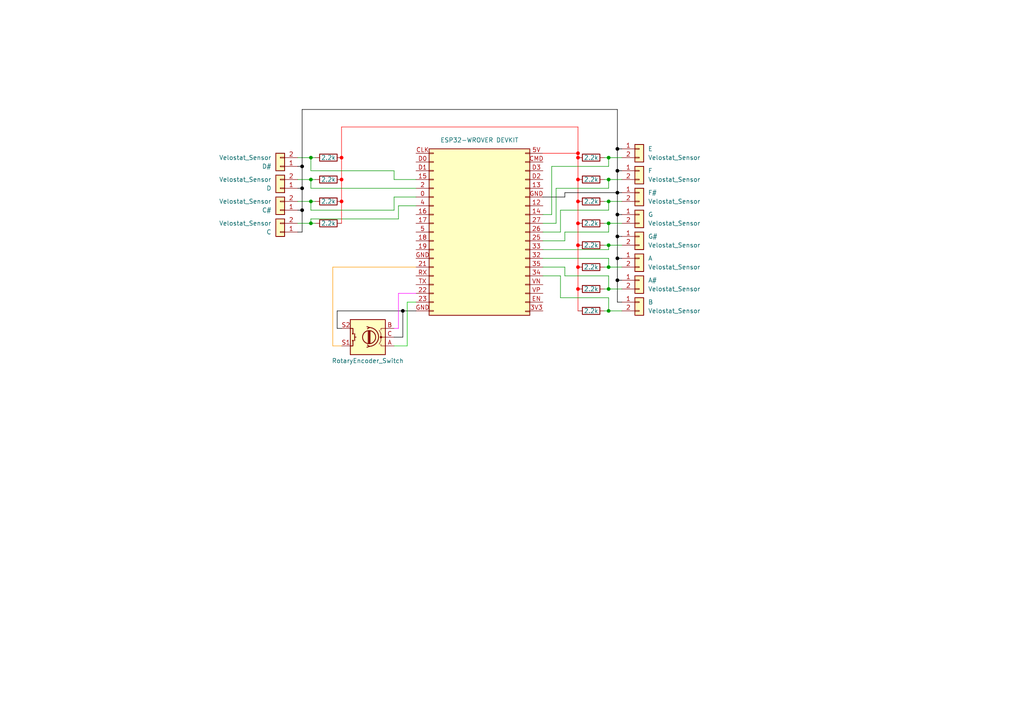
<source format=kicad_sch>
(kicad_sch (version 20231120) (generator "eeschema") (generator_version "8.0")
  (paper "A4")
  (lib_symbols
    (symbol "Connector_Generic:Conn_01x02" (pin_names (offset 1.016) hide)
      (property "Reference" "J" (at 0 2.54 0))
      (property "Value" "Conn_01x02" (at 0 -5.08 0))
      (symbol "Conn_01x02_1_1"
        (rectangle (start -1.27 -2.413) (end 0 -2.667) (stroke (width 0.1524)))
        (rectangle (start -1.27 0.127) (end 0 -0.127) (stroke (width 0.1524)))
        (rectangle (start -1.27 1.27) (end 1.27 -3.81) (stroke (width 0.254)) (fill (type background)))
        (pin passive line (at -5.08 0 0) (length 3.81) (name "Pin_1") (number "1"))
        (pin passive line (at -5.08 -2.54 0) (length 3.81) (name "Pin_2") (number "2"))
      )
    )
    (symbol "Connector_Generic:Conn_02x20_Counter_Clockwise" (pin_names (offset 1.016) hide)
      (property "Reference" "J1" (at 1.27 29.21 0))
      (property "Value" "Conn_02x20_Counter_Clockwise" (at 13.97 26.67 0))
      (symbol "Conn_02x20_Counter_Clockwise_1_1"
        (rectangle (start -1.27 -22.733) (end 0 -22.987) (stroke (width 0.1524)))
        (rectangle (start -1.27 -20.193) (end 0 -20.447) (stroke (width 0.1524)))
        (rectangle (start -1.27 -17.653) (end 0 -17.907) (stroke (width 0.1524)))
        (rectangle (start -1.27 -15.113) (end 0 -15.367) (stroke (width 0.1524)))
        (rectangle (start -1.27 -12.573) (end 0 -12.827) (stroke (width 0.1524)))
        (rectangle (start -1.27 -10.033) (end 0 -10.287) (stroke (width 0.1524)))
        (rectangle (start -1.27 -7.493) (end 0 -7.747) (stroke (width 0.1524)))
        (rectangle (start -1.27 -4.953) (end 0 -5.207) (stroke (width 0.1524)))
        (rectangle (start -1.27 -2.413) (end 0 -2.667) (stroke (width 0.1524)))
        (rectangle (start -1.27 0.127) (end 0 -0.127) (stroke (width 0.1524)))
        (rectangle (start -1.27 2.667) (end 0 2.413) (stroke (width 0.1524)))
        (rectangle (start -1.27 5.207) (end 0 4.953) (stroke (width 0.1524)))
        (rectangle (start -1.27 7.747) (end 0 7.493) (stroke (width 0.1524)))
        (rectangle (start -1.27 10.287) (end 0 10.033) (stroke (width 0.1524)))
        (rectangle (start -1.27 12.827) (end 0 12.573) (stroke (width 0.1524)))
        (rectangle (start -1.27 15.367) (end 0 15.113) (stroke (width 0.1524)))
        (rectangle (start -1.27 17.907) (end 0 17.653) (stroke (width 0.1524)))
        (rectangle (start -1.27 20.447) (end 0 20.193) (stroke (width 0.1524)))
        (rectangle (start -1.27 22.987) (end 0 22.733) (stroke (width 0.1524)))
        (rectangle (start -1.27 24.13) (end 27.94 -24.13) (stroke (width 0.254)) (fill (type background)))
        (rectangle (start 26.67 -22.86) (end 27.94 -23.114) (stroke (width 0.1524)))
        (rectangle (start 26.67 -20.193) (end 27.94 -20.447) (stroke (width 0.1524)))
        (rectangle (start 27.94 -17.653) (end 26.67 -17.907) (stroke (width 0.1524)))
        (rectangle (start 27.94 -15.113) (end 26.67 -15.367) (stroke (width 0.1524)))
        (rectangle (start 27.94 -12.573) (end 26.67 -12.827) (stroke (width 0.1524)))
        (rectangle (start 27.94 -10.033) (end 26.67 -10.287) (stroke (width 0.1524)))
        (rectangle (start 27.94 -7.493) (end 26.67 -7.747) (stroke (width 0.1524)))
        (rectangle (start 27.94 -4.953) (end 26.67 -5.207) (stroke (width 0.1524)))
        (rectangle (start 27.94 -2.413) (end 26.67 -2.667) (stroke (width 0.1524)))
        (rectangle (start 27.94 0.127) (end 26.67 -0.127) (stroke (width 0.1524)))
        (rectangle (start 27.94 2.667) (end 26.67 2.413) (stroke (width 0.1524)))
        (rectangle (start 27.94 5.207) (end 26.67 4.953) (stroke (width 0.1524)))
        (rectangle (start 27.94 7.747) (end 26.67 7.493) (stroke (width 0.1524)))
        (rectangle (start 27.94 10.287) (end 26.67 10.033) (stroke (width 0.1524)))
        (rectangle (start 27.94 12.827) (end 26.67 12.573) (stroke (width 0.1524)))
        (rectangle (start 27.94 15.367) (end 26.67 15.113) (stroke (width 0.1524)))
        (rectangle (start 27.94 17.907) (end 26.67 17.653) (stroke (width 0.1524)))
        (rectangle (start 27.94 20.447) (end 26.67 20.193) (stroke (width 0.1524)))
        (rectangle (start 27.94 22.987) (end 26.67 22.733) (stroke (width 0.1524)))
        (pin passive line (at -5.08 10.16 0) (length 3.81) (name "Pin_5") (number "0"))
        (pin passive line (at 31.75 7.62 180) (length 3.81) (name "Pin_34") (number "12"))
        (pin passive line (at 31.75 12.7 180) (length 3.81) (name "Pin_36") (number "13"))
        (pin passive line (at 31.75 5.08 180) (length 3.81) (name "Pin_33") (number "14"))
        (pin passive line (at -5.08 15.24 0) (length 3.81) (name "15") (number "15"))
        (pin passive line (at -5.08 5.08 0) (length 3.81) (name "Pin_7") (number "16"))
        (pin passive line (at -5.08 2.54 0) (length 3.81) (name "Pin_8") (number "17"))
        (pin passive line (at -5.08 -2.54 0) (length 3.81) (name "Pin_10") (number "18"))
        (pin passive line (at -5.08 -5.08 0) (length 3.81) (name "Pin_11") (number "19"))
        (pin passive line (at -5.08 12.7 0) (length 3.81) (name "Pin_4") (number "2"))
        (pin passive line (at -5.08 -10.16 0) (length 3.81) (name "Pin_13") (number "21"))
        (pin passive line (at -5.08 -17.78 0) (length 3.81) (name "Pin_16") (number "22"))
        (pin passive line (at -5.08 -20.32 0) (length 3.81) (name "Pin_17") (number "23"))
        (pin passive line (at 31.75 -2.54 180) (length 3.81) (name "Pin_30") (number "25"))
        (pin passive line (at 31.75 0 180) (length 3.81) (name "Pin_31") (number "26"))
        (pin passive line (at 31.75 2.54 180) (length 3.81) (name "Pin_32") (number "27"))
        (pin passive line (at 31.75 -7.62 180) (length 3.81) (name "Pin_28") (number "32"))
        (pin passive line (at 31.75 -5.08 180) (length 3.81) (name "Pin_29") (number "33"))
        (pin passive line (at 31.75 -12.7 180) (length 3.81) (name "Pin_26") (number "34"))
        (pin passive line (at 31.75 -10.16 180) (length 3.81) (name "Pin_27") (number "35"))
        (pin passive line (at 31.75 -22.86 180) (length 3.81) (name "Pin_23") (number "3V3"))
        (pin passive line (at -5.08 7.62 0) (length 3.81) (name "4") (number "4"))
        (pin passive line (at -5.08 0 0) (length 3.81) (name "Pin_9") (number "5"))
        (pin passive line (at 31.75 22.86 180) (length 3.81) (name "Pin_40") (number "5V"))
        (pin passive line (at -5.08 22.86 0) (length 3.81) (name "Pin_1") (number "CLK"))
        (pin passive line (at 31.75 20.32 180) (length 3.81) (name "CMD") (number "CMD"))
        (pin passive line (at -5.08 20.32 0) (length 3.81) (name "Pin_2") (number "D0"))
        (pin passive line (at -5.08 17.78 0) (length 3.81) (name "Pin_2") (number "D1"))
        (pin passive line (at 31.75 15.24 180) (length 3.81) (name "Pin_37") (number "D2"))
        (pin passive line (at 31.75 17.78 180) (length 3.81) (name "Pin_38") (number "D3"))
        (pin passive line (at 31.75 -20.32 180) (length 3.81) (name "Pin_23") (number "EN"))
        (pin passive line (at -5.08 -7.62 0) (length 3.81) (name "Pin_12") (number "GND"))
        (pin passive line (at -5.08 -22.86 0) (length 3.81) (name "Pin_18") (number "GND"))
        (pin passive line (at 31.75 10.16 180) (length 3.81) (name "Pin_35") (number "GND"))
        (pin passive line (at -5.08 -12.7 0) (length 3.81) (name "Pin_14") (number "RX"))
        (pin passive line (at -5.08 -15.24 0) (length 3.81) (name "Pin_15") (number "TX"))
        (pin passive line (at 31.75 -15.24 180) (length 3.81) (name "Pin_25") (number "VN"))
        (pin passive line (at 31.75 -17.78 180) (length 3.81) (name "Pin_24") (number "VP"))
      )
    )
    (symbol "Device:R" (pin_numbers hide) (pin_names (offset 0))
      (property "Reference" "R" (at 2.032 0 90))
      (property "Value" "R" (at 0 0 90))
      (symbol "R_0_1"
        (rectangle (start -1.016 -2.54) (end 1.016 2.54) (stroke (width 0.254)))
      )
      (symbol "R_1_1"
        (pin passive line (at 0 3.81 270) (length 1.27) (name "~") (number "1"))
        (pin passive line (at 0 -3.81 90) (length 1.27) (name "~") (number "2"))
      )
    )
    (symbol "Device:RotaryEncoder_Switch" (pin_names (offset 0.254) hide)
      (property "Reference" "SW" (at 0 6.604 0))
      (property "Value" "RotaryEncoder_Switch" (at 0 -6.604 0))
      (symbol "RotaryEncoder_Switch_0_1"
        (rectangle (start -5.08 5.08) (end 5.08 -5.08) (stroke (width 0.254)) (fill (type background)))
        (circle (center -3.81 0) (radius 0.254) (fill (type outline)))
        (circle (center -0.381 0) (radius 1.905) (stroke (width 0.254)))
        (arc (start -0.381 2.667) (mid -3.0988 -0.0635) (end -0.381 -2.794) (stroke (width 0.254)))
        (polyline (pts (xy -0.635 -1.778) (xy -0.635 1.778)) (stroke (width 0.254)))
        (polyline (pts (xy -0.381 -1.778) (xy -0.381 1.778)) (stroke (width 0.254)))
        (polyline (pts (xy -0.127 1.778) (xy -0.127 -1.778)) (stroke (width 0.254)))
        (polyline (pts (xy 3.81 0) (xy 3.429 0)) (stroke (width 0.254)))
        (polyline (pts (xy 3.81 1.016) (xy 3.81 -1.016)) (stroke (width 0.254)))
        (polyline (pts (xy -5.08 -2.54) (xy -3.81 -2.54) (xy -3.81 -2.032)))
        (polyline (pts (xy -5.08 2.54) (xy -3.81 2.54) (xy -3.81 2.032)))
        (polyline (pts (xy 0.254 -3.048) (xy -0.508 -2.794) (xy 0.127 -2.413)) (stroke (width 0.254)))
        (polyline (pts (xy 0.254 2.921) (xy -0.508 2.667) (xy 0.127 2.286)) (stroke (width 0.254)))
        (polyline (pts (xy 5.08 -2.54) (xy 4.318 -2.54) (xy 4.318 -1.016)) (stroke (width 0.254)))
        (polyline (pts (xy 5.08 2.54) (xy 4.318 2.54) (xy 4.318 1.016)) (stroke (width 0.254)))
        (polyline (pts (xy -5.08 0) (xy -3.81 0) (xy -3.81 -1.016) (xy -3.302 -2.032)))
        (polyline (pts (xy -4.318 0) (xy -3.81 0) (xy -3.81 1.016) (xy -3.302 2.032)))
        (circle (center 4.318 -1.016) (radius 0.127) (stroke (width 0.254)))
        (circle (center 4.318 1.016) (radius 0.127) (stroke (width 0.254)))
      )
      (symbol "RotaryEncoder_Switch_1_1"
        (pin passive line (at -7.62 2.54 0) (length 2.54) (name "A") (number "A"))
        (pin passive line (at -7.62 -2.54 0) (length 2.54) (name "B") (number "B"))
        (pin passive line (at -7.62 0 0) (length 2.54) (name "C") (number "C"))
        (pin passive line (at 7.62 2.54 180) (length 2.54) (name "S1") (number "S1"))
        (pin passive line (at 7.62 -2.54 180) (length 2.54) (name "S2") (number "S2"))
      )
    )
  )
  (junction (at 167.64 71.12) (color 255 0 0 1))
  (junction (at 167.64 45.72) (color 255 0 0 1))
  (junction (at 87.63 48.26) (color 0 0 0 1))
  (junction (at 90.17 64.77))
  (junction (at 179.07 49.53) (color 0 0 0 1))
  (junction (at 90.17 52.07))
  (junction (at 179.07 62.23) (color 0 0 0 1))
  (junction (at 99.06 45.72) (color 255 0 0 1))
  (junction (at 179.07 55.88) (color 0 0 0 1))
  (junction (at 179.07 43.18) (color 0 0 0 1))
  (junction (at 167.64 83.82) (color 255 0 0 1))
  (junction (at 167.64 52.07) (color 255 0 0 1))
  (junction (at 176.53 77.47))
  (junction (at 179.07 74.93) (color 0 0 0 1))
  (junction (at 176.53 83.82))
  (junction (at 176.53 71.12))
  (junction (at 176.53 64.77))
  (junction (at 176.53 45.72))
  (junction (at 87.63 60.96) (color 0 0 0 1))
  (junction (at 167.64 77.47) (color 255 0 0 1))
  (junction (at 90.17 58.42))
  (junction (at 90.17 45.72))
  (junction (at 87.63 54.61) (color 0 0 0 1))
  (junction (at 179.07 81.28) (color 0 0 0 1))
  (junction (at 99.06 52.07) (color 255 0 0 1))
  (junction (at 167.64 44.45) (color 255 0 0 1))
  (junction (at 167.64 64.77) (color 255 0 0 1))
  (junction (at 99.06 58.42) (color 255 0 0 1))
  (junction (at 179.07 68.58) (color 0 0 0 1))
  (junction (at 176.53 52.07))
  (junction (at 167.64 58.42) (color 255 0 0 1))
  (junction (at 116.84 90.17) (color 0 0 0 1))
  (junction (at 176.53 90.17))
  (junction (at 176.53 58.42))
  (wire (pts (xy 176.53 67.31) (xy 176.53 64.77)))
  (wire (pts (xy 179.07 68.58) (xy 179.07 62.23)) (stroke (width 0) (color 0 0 0 1)))
  (wire (pts (xy 167.64 58.42) (xy 167.64 64.77)) (stroke (width 0) (color 255 0 0 1)))
  (wire (pts (xy 91.44 52.07) (xy 90.17 52.07)))
  (wire (pts (xy 176.53 52.07) (xy 176.53 54.61)))
  (wire (pts (xy 163.83 57.15) (xy 163.83 55.88)) (stroke (width 0) (color 0 0 0 1)))
  (wire (pts (xy 90.17 64.77) (xy 86.36 64.77)))
  (wire (pts (xy 99.06 64.77) (xy 99.06 58.42)) (stroke (width 0) (color 255 0 0 1)))
  (wire (pts (xy 175.26 90.17) (xy 176.53 90.17)))
  (wire (pts (xy 163.83 67.31) (xy 176.53 67.31)))
  (wire (pts (xy 90.17 49.53) (xy 90.17 45.72)))
  (wire (pts (xy 99.06 95.25) (xy 97.79 95.25)) (stroke (width 0) (color 0 0 0 1)))
  (wire (pts (xy 179.07 81.28) (xy 179.07 74.93)) (stroke (width 0) (color 0 0 0 1)))
  (wire (pts (xy 157.48 62.23) (xy 160.02 62.23)))
  (wire (pts (xy 157.48 72.39) (xy 176.53 72.39)))
  (wire (pts (xy 96.52 100.33) (xy 96.52 77.47)) (stroke (width 0) (color 255 153 0 1)))
  (wire (pts (xy 91.44 64.77) (xy 90.17 64.77)))
  (wire (pts (xy 160.02 62.23) (xy 160.02 48.26)))
  (wire (pts (xy 90.17 60.96) (xy 114.3 60.96)))
  (wire (pts (xy 90.17 45.72) (xy 86.36 45.72)))
  (wire (pts (xy 114.3 57.15) (xy 120.65 57.15)))
  (wire (pts (xy 118.11 100.33) (xy 118.11 87.63)) (stroke (width 0) (color 0 194 0 1)))
  (wire (pts (xy 99.06 100.33) (xy 96.52 100.33)) (stroke (width 0) (color 255 153 0 1)))
  (wire (pts (xy 161.29 54.61) (xy 176.53 54.61)))
  (wire (pts (xy 87.63 54.61) (xy 87.63 60.96)) (stroke (width 0) (color 0 0 0 1)))
  (wire (pts (xy 87.63 48.26) (xy 87.63 54.61)) (stroke (width 0) (color 0 0 0 1)))
  (wire (pts (xy 167.64 45.72) (xy 167.64 52.07)) (stroke (width 0) (color 255 0 0 1)))
  (wire (pts (xy 90.17 49.53) (xy 114.3 49.53)))
  (wire (pts (xy 87.63 48.26) (xy 87.63 31.75)) (stroke (width 0) (color 0 0 0 1)))
  (wire (pts (xy 180.34 43.18) (xy 179.07 43.18)) (stroke (width 0) (color 0 0 0 1)))
  (wire (pts (xy 162.56 67.31) (xy 162.56 60.96)))
  (wire (pts (xy 180.34 68.58) (xy 179.07 68.58)) (stroke (width 0) (color 0 0 0 1)))
  (wire (pts (xy 176.53 86.36) (xy 176.53 90.17)))
  (wire (pts (xy 180.34 62.23) (xy 179.07 62.23)) (stroke (width 0) (color 0 0 0 1)))
  (wire (pts (xy 162.56 80.01) (xy 162.56 86.36)))
  (wire (pts (xy 90.17 54.61) (xy 120.65 54.61)))
  (wire (pts (xy 114.3 97.79) (xy 116.84 97.79)) (stroke (width 0) (color 0 0 0 1)))
  (wire (pts (xy 162.56 60.96) (xy 176.53 60.96)))
  (wire (pts (xy 179.07 31.75) (xy 179.07 43.18)) (stroke (width 0) (color 0 0 0 1)))
  (wire (pts (xy 115.57 95.25) (xy 115.57 85.09)) (stroke (width 0) (color 255 0 255 1)))
  (wire (pts (xy 99.06 58.42) (xy 99.06 52.07)) (stroke (width 0) (color 255 0 0 1)))
  (wire (pts (xy 86.36 48.26) (xy 87.63 48.26)) (stroke (width 0) (color 0 0 0 1)))
  (wire (pts (xy 176.53 80.01) (xy 176.53 83.82)))
  (wire (pts (xy 176.53 45.72) (xy 180.34 45.72)))
  (wire (pts (xy 175.26 45.72) (xy 176.53 45.72)))
  (wire (pts (xy 175.26 64.77) (xy 176.53 64.77)))
  (wire (pts (xy 90.17 63.5) (xy 90.17 64.77)))
  (wire (pts (xy 161.29 64.77) (xy 161.29 54.61)))
  (wire (pts (xy 87.63 31.75) (xy 179.07 31.75)) (stroke (width 0) (color 0 0 0 1)))
  (wire (pts (xy 116.84 90.17) (xy 116.84 97.79)) (stroke (width 0) (color 0 0 0 1)))
  (wire (pts (xy 180.34 81.28) (xy 179.07 81.28)) (stroke (width 0) (color 0 0 0 1)))
  (wire (pts (xy 157.48 67.31) (xy 162.56 67.31)))
  (wire (pts (xy 115.57 63.5) (xy 115.57 59.69)))
  (wire (pts (xy 176.53 52.07) (xy 180.34 52.07)))
  (wire (pts (xy 179.07 43.18) (xy 179.07 49.53)) (stroke (width 0) (color 0 0 0 1)))
  (wire (pts (xy 179.07 49.53) (xy 180.34 49.53)) (stroke (width 0) (color 0 0 0 1)))
  (wire (pts (xy 157.48 74.93) (xy 176.53 74.93)))
  (wire (pts (xy 97.79 95.25) (xy 97.79 90.17)) (stroke (width 0) (color 0 0 0 1)))
  (wire (pts (xy 90.17 60.96) (xy 90.17 58.42)))
  (wire (pts (xy 163.83 80.01) (xy 176.53 80.01)))
  (wire (pts (xy 175.26 71.12) (xy 176.53 71.12)))
  (wire (pts (xy 176.53 77.47) (xy 180.34 77.47)))
  (wire (pts (xy 157.48 69.85) (xy 163.83 69.85)))
  (wire (pts (xy 180.34 55.88) (xy 179.07 55.88)) (stroke (width 0) (color 0 0 0 1)))
  (wire (pts (xy 86.36 54.61) (xy 87.63 54.61)) (stroke (width 0) (color 0 0 0 1)))
  (wire (pts (xy 175.26 52.07) (xy 176.53 52.07)))
  (wire (pts (xy 114.3 52.07) (xy 120.65 52.07)))
  (wire (pts (xy 179.07 74.93) (xy 179.07 68.58)) (stroke (width 0) (color 0 0 0 1)))
  (wire (pts (xy 99.06 36.83) (xy 167.64 36.83)) (stroke (width 0) (color 255 0 0 1)))
  (wire (pts (xy 180.34 87.63) (xy 179.07 87.63)) (stroke (width 0) (color 0 0 0 1)))
  (wire (pts (xy 116.84 90.17) (xy 120.65 90.17)) (stroke (width 0) (color 0 0 0 1)))
  (wire (pts (xy 118.11 87.63) (xy 120.65 87.63)) (stroke (width 0) (color 0 194 0 1)))
  (wire (pts (xy 175.26 83.82) (xy 176.53 83.82)))
  (wire (pts (xy 163.83 55.88) (xy 179.07 55.88)) (stroke (width 0) (color 0 0 0 1)))
  (wire (pts (xy 179.07 87.63) (xy 179.07 81.28)) (stroke (width 0) (color 0 0 0 1)))
  (wire (pts (xy 175.26 58.42) (xy 176.53 58.42)))
  (wire (pts (xy 176.53 90.17) (xy 180.34 90.17)))
  (wire (pts (xy 176.53 74.93) (xy 176.53 77.47)))
  (wire (pts (xy 163.83 69.85) (xy 163.83 67.31)))
  (wire (pts (xy 175.26 77.47) (xy 176.53 77.47)))
  (wire (pts (xy 97.79 90.17) (xy 116.84 90.17)) (stroke (width 0) (color 0 0 0 1)))
  (wire (pts (xy 160.02 48.26) (xy 176.53 48.26)))
  (wire (pts (xy 167.64 36.83) (xy 167.64 44.45)) (stroke (width 0) (color 255 0 0 1)))
  (wire (pts (xy 86.36 60.96) (xy 87.63 60.96)) (stroke (width 0) (color 0 0 0 1)))
  (wire (pts (xy 157.48 77.47) (xy 163.83 77.47)))
  (wire (pts (xy 176.53 60.96) (xy 176.53 58.42)))
  (wire (pts (xy 180.34 74.93) (xy 179.07 74.93)) (stroke (width 0) (color 0 0 0 1)))
  (wire (pts (xy 176.53 83.82) (xy 180.34 83.82)))
  (wire (pts (xy 115.57 59.69) (xy 120.65 59.69)))
  (wire (pts (xy 90.17 63.5) (xy 115.57 63.5)))
  (wire (pts (xy 167.64 64.77) (xy 167.64 71.12)) (stroke (width 0) (color 255 0 0 1)))
  (wire (pts (xy 176.53 45.72) (xy 176.53 48.26)))
  (wire (pts (xy 167.64 77.47) (xy 167.64 83.82)) (stroke (width 0) (color 255 0 0 1)))
  (wire (pts (xy 157.48 44.45) (xy 167.64 44.45)) (stroke (width 0) (color 255 0 0 1)))
  (wire (pts (xy 90.17 58.42) (xy 86.36 58.42)))
  (wire (pts (xy 90.17 54.61) (xy 90.17 52.07)))
  (wire (pts (xy 162.56 86.36) (xy 176.53 86.36)))
  (wire (pts (xy 179.07 55.88) (xy 179.07 49.53)) (stroke (width 0) (color 0 0 0 1)))
  (wire (pts (xy 91.44 58.42) (xy 90.17 58.42)))
  (wire (pts (xy 157.48 57.15) (xy 163.83 57.15)) (stroke (width 0) (color 0 0 0 1)))
  (wire (pts (xy 167.64 52.07) (xy 167.64 58.42)) (stroke (width 0) (color 255 0 0 1)))
  (wire (pts (xy 176.53 58.42) (xy 180.34 58.42)))
  (wire (pts (xy 114.3 49.53) (xy 114.3 52.07)))
  (wire (pts (xy 114.3 95.25) (xy 115.57 95.25)) (stroke (width 0) (color 255 0 255 1)))
  (wire (pts (xy 179.07 62.23) (xy 179.07 55.88)) (stroke (width 0) (color 0 0 0 1)))
  (wire (pts (xy 90.17 52.07) (xy 86.36 52.07)))
  (wire (pts (xy 86.36 67.31) (xy 87.63 67.31)) (stroke (width 0) (color 0 0 0 1)))
  (wire (pts (xy 167.64 83.82) (xy 167.64 90.17)) (stroke (width 0) (color 255 0 0 1)))
  (wire (pts (xy 99.06 52.07) (xy 99.06 45.72)) (stroke (width 0) (color 255 0 0 1)))
  (wire (pts (xy 96.52 77.47) (xy 120.65 77.47)) (stroke (width 0) (color 255 153 0 1)))
  (wire (pts (xy 114.3 100.33) (xy 118.11 100.33)) (stroke (width 0) (color 0 194 0 1)))
  (wire (pts (xy 176.53 72.39) (xy 176.53 71.12)))
  (wire (pts (xy 99.06 45.72) (xy 99.06 36.83)) (stroke (width 0) (color 255 0 0 1)))
  (wire (pts (xy 157.48 80.01) (xy 162.56 80.01)))
  (wire (pts (xy 91.44 45.72) (xy 90.17 45.72)))
  (wire (pts (xy 87.63 60.96) (xy 87.63 67.31)) (stroke (width 0) (color 0 0 0 1)))
  (wire (pts (xy 115.57 85.09) (xy 120.65 85.09)) (stroke (width 0) (color 255 0 255 1)))
  (wire (pts (xy 167.64 71.12) (xy 167.64 77.47)) (stroke (width 0) (color 255 0 0 1)))
  (wire (pts (xy 157.48 64.77) (xy 161.29 64.77)))
  (wire (pts (xy 114.3 60.96) (xy 114.3 57.15)))
  (wire (pts (xy 163.83 77.47) (xy 163.83 80.01)))
  (wire (pts (xy 176.53 64.77) (xy 180.34 64.77)))
  (wire (pts (xy 176.53 71.12) (xy 180.34 71.12)))
  (wire (pts (xy 167.64 44.45) (xy 167.64 45.72)) (stroke (width 0) (color 255 0 0 1)))
  (symbol (lib_id "Connector_Generic:Conn_01x02") (at 81.28 48.26 180) (unit 1)
    (property "Reference" "D#" (at 78.74 48.2601 0) (effects (justify left)))
    (property "Value" "Velostat_Sensor" (at 78.74 45.7201 0) (effects (justify left)))
    (property "Description" "Generic connector, single row, 01x02, script generated (kicad-library-utils/schlib/autogen/connector/)" (effects (hide yes)))
  )
  (symbol (lib_id "Connector_Generic:Conn_01x02") (at 185.42 62.23 0) (unit 1)
    (property "Reference" "G" (at 187.96 62.2299 0) (effects (justify left)))
    (property "Value" "Velostat_Sensor" (at 187.96 64.7699 0) (effects (justify left)))
    (property "Description" "Generic connector, single row, 01x02, script generated (kicad-library-utils/schlib/autogen/connector/)" (effects (hide yes)))
  )
  (symbol (lib_id "Device:R") (at 95.25 64.77 90) (unit 1)
    (property "Reference" "R9" (effects (hide yes)))
    (property "Value" "2.2k" (at 95.25 64.77 90))
    (property "Description" "Resistor" (effects (hide yes)))
  )
  (symbol (lib_id "Connector_Generic:Conn_02x20_Counter_Clockwise") (at 125.73 67.31 0) (unit 1)
    (property "Reference" "J1" (effects (hide yes)))
    (property "Value" "ESP32-WROVER DEVKIT" (at 139.065 40.64 0))
    (property "Description" "ESP32WROVER DEVKIT" (effects (hide yes)))
  )
  (symbol (lib_id "Device:R") (at 171.45 52.07 270) (unit 1)
    (property "Reference" "R6" (effects (hide yes)))
    (property "Value" "2.2k" (at 171.45 52.07 90))
    (property "Description" "Resistor" (effects (hide yes)))
  )
  (symbol (lib_id "Connector_Generic:Conn_01x02") (at 185.42 55.88 0) (unit 1)
    (property "Reference" "F#" (at 187.96 55.8799 0) (effects (justify left)))
    (property "Value" "Velostat_Sensor" (at 187.96 58.4199 0) (effects (justify left)))
    (property "Description" "Generic connector, single row, 01x02, script generated (kicad-library-utils/schlib/autogen/connector/)" (effects (hide yes)))
  )
  (symbol (lib_id "Device:RotaryEncoder_Switch") (at 106.68 97.79 180) (unit 1)
    (property "Reference" "SW1" (effects (hide yes)))
    (property "Value" "RotaryEncoder_Switch" (at 106.68 104.648 0))
    (property "Description" "Rotary encoder, dual channel, incremental quadrate outputs, with switch" (effects (hide yes)))
  )
  (symbol (lib_id "Connector_Generic:Conn_01x02") (at 185.42 81.28 0) (unit 1)
    (property "Reference" "A#" (at 187.96 81.2799 0) (effects (justify left)))
    (property "Value" "Velostat_Sensor" (at 187.96 83.8199 0) (effects (justify left)))
    (property "Description" "Generic connector, single row, 01x02, script generated (kicad-library-utils/schlib/autogen/connector/)" (effects (hide yes)))
  )
  (symbol (lib_id "Connector_Generic:Conn_01x02") (at 185.42 43.18 0) (unit 1)
    (property "Reference" "E" (at 187.96 43.1799 0) (effects (justify left)))
    (property "Value" "Velostat_Sensor" (at 187.96 45.7199 0) (effects (justify left)))
    (property "Description" "Generic connector, single row, 01x02, script generated (kicad-library-utils/schlib/autogen/connector/)" (effects (hide yes)))
  )
  (symbol (lib_id "Connector_Generic:Conn_01x02") (at 185.42 87.63 0) (unit 1)
    (property "Reference" "B" (at 187.96 87.6299 0) (effects (justify left)))
    (property "Value" "Velostat_Sensor" (at 187.96 90.1699 0) (effects (justify left)))
    (property "Description" "Generic connector, single row, 01x02, script generated (kicad-library-utils/schlib/autogen/connector/)" (effects (hide yes)))
  )
  (symbol (lib_id "Device:R") (at 171.45 45.72 270) (unit 1)
    (property "Reference" "R7" (effects (hide yes)))
    (property "Value" "2.2k" (at 171.45 45.72 90))
    (property "Description" "Resistor" (effects (hide yes)))
  )
  (symbol (lib_id "Device:R") (at 95.25 45.72 90) (unit 1)
    (property "Reference" "R12" (effects (hide yes)))
    (property "Value" "2.2k" (at 95.25 45.72 90))
    (property "Description" "Resistor" (effects (hide yes)))
  )
  (symbol (lib_id "Device:R") (at 171.45 90.17 270) (unit 1)
    (property "Reference" "R8" (effects (hide yes)))
    (property "Value" "2.2k" (at 171.45 90.17 90))
    (property "Description" "Resistor" (effects (hide yes)))
  )
  (symbol (lib_id "Connector_Generic:Conn_01x02") (at 81.28 60.96 180) (unit 1)
    (property "Reference" "C#" (at 78.74 60.9601 0) (effects (justify left)))
    (property "Value" "Velostat_Sensor" (at 78.74 58.4201 0) (effects (justify left)))
    (property "Description" "Generic connector, single row, 01x02, script generated (kicad-library-utils/schlib/autogen/connector/)" (effects (hide yes)))
  )
  (symbol (lib_id "Device:R") (at 171.45 64.77 270) (unit 1)
    (property "Reference" "R1" (effects (hide yes)))
    (property "Value" "2.2k" (at 171.45 64.77 90))
    (property "Description" "Resistor" (effects (hide yes)))
  )
  (symbol (lib_id "Device:R") (at 95.25 58.42 90) (unit 1)
    (property "Reference" "R10" (effects (hide yes)))
    (property "Value" "2.2k" (at 95.25 58.42 90))
    (property "Description" "Resistor" (effects (hide yes)))
  )
  (symbol (lib_id "Connector_Generic:Conn_01x02") (at 81.28 67.31 180) (unit 1)
    (property "Reference" "C" (at 78.74 67.3101 0) (effects (justify left)))
    (property "Value" "Velostat_Sensor" (at 78.74 64.7701 0) (effects (justify left)))
    (property "Description" "Generic connector, single row, 01x02, script generated (kicad-library-utils/schlib/autogen/connector/)" (effects (hide yes)))
  )
  (symbol (lib_id "Connector_Generic:Conn_01x02") (at 185.42 68.58 0) (unit 1)
    (property "Reference" "G#" (at 187.96 68.5799 0) (effects (justify left)))
    (property "Value" "Velostat_Sensor" (at 187.96 71.1199 0) (effects (justify left)))
    (property "Description" "Generic connector, single row, 01x02, script generated (kicad-library-utils/schlib/autogen/connector/)" (effects (hide yes)))
  )
  (symbol (lib_id "Device:R") (at 171.45 77.47 270) (unit 1)
    (property "Reference" "R4" (effects (hide yes)))
    (property "Value" "2.2k" (at 171.45 77.47 90))
    (property "Description" "Resistor" (effects (hide yes)))
  )
  (symbol (lib_id "Connector_Generic:Conn_01x02") (at 185.42 49.53 0) (unit 1)
    (property "Reference" "F" (at 187.96 49.5299 0) (effects (justify left)))
    (property "Value" "Velostat_Sensor" (at 187.96 52.0699 0) (effects (justify left)))
    (property "Description" "Generic connector, single row, 01x02, script generated (kicad-library-utils/schlib/autogen/connector/)" (effects (hide yes)))
  )
  (symbol (lib_id "Device:R") (at 171.45 83.82 270) (unit 1)
    (property "Reference" "R5" (effects (hide yes)))
    (property "Value" "2.2k" (at 171.45 83.82 90))
    (property "Description" "Resistor" (effects (hide yes)))
  )
  (symbol (lib_id "Device:R") (at 171.45 71.12 270) (unit 1)
    (property "Reference" "R2" (effects (hide yes)))
    (property "Value" "2.2k" (at 171.45 71.12 90))
    (property "Description" "Resistor" (effects (hide yes)))
  )
  (symbol (lib_id "Device:R") (at 171.45 58.42 270) (unit 1)
    (property "Reference" "R3" (effects (hide yes)))
    (property "Value" "2.2k" (at 171.45 58.42 90))
    (property "Description" "Resistor" (effects (hide yes)))
  )
  (symbol (lib_id "Connector_Generic:Conn_01x02") (at 185.42 74.93 0) (unit 1)
    (property "Reference" "A" (at 187.96 74.9299 0) (effects (justify left)))
    (property "Value" "Velostat_Sensor" (at 187.96 77.4699 0) (effects (justify left)))
    (property "Description" "Generic connector, single row, 01x02, script generated (kicad-library-utils/schlib/autogen/connector/)" (effects (hide yes)))
  )
  (symbol (lib_id "Connector_Generic:Conn_01x02") (at 81.28 54.61 180) (unit 1)
    (property "Reference" "D" (at 78.74 54.6101 0) (effects (justify left)))
    (property "Value" "Velostat_Sensor" (at 78.74 52.0701 0) (effects (justify left)))
    (property "Description" "Generic connector, single row, 01x02, script generated (kicad-library-utils/schlib/autogen/connector/)" (effects (hide yes)))
  )
  (symbol (lib_id "Device:R") (at 95.25 52.07 90) (unit 1)
    (property "Reference" "R11" (effects (hide yes)))
    (property "Value" "2.2k" (at 95.25 52.07 90))
    (property "Description" "Resistor" (effects (hide yes)))
  )
)
</source>
